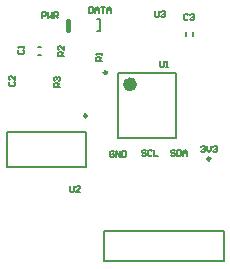
<source format=gto>
G04*
G04 #@! TF.GenerationSoftware,Altium Limited,Altium Designer,20.1.14 (287)*
G04*
G04 Layer_Color=65535*
%FSLAX25Y25*%
%MOIN*%
G70*
G04*
G04 #@! TF.SameCoordinates,09F66941-CC2D-4279-A4A5-F80E71D954FF*
G04*
G04*
G04 #@! TF.FilePolarity,Positive*
G04*
G01*
G75*
%ADD10C,0.00984*%
%ADD11C,0.02362*%
%ADD12C,0.01575*%
%ADD13C,0.00787*%
%ADD14C,0.00600*%
%ADD15C,0.00500*%
D10*
X256636Y433046D02*
G03*
X256636Y433046I-492J0D01*
G01*
X291092Y404293D02*
G03*
X291092Y404293I-492J0D01*
G01*
X249884Y418620D02*
G03*
X249884Y418620I-492J0D01*
G01*
D11*
X265494Y429090D02*
G03*
X265494Y429090I-1181J0D01*
G01*
D12*
X243650Y447125D02*
Y450275D01*
D13*
X285380Y445209D02*
Y446391D01*
X282820Y445209D02*
Y446391D01*
X260376Y411373D02*
Y433027D01*
X279668Y411373D02*
Y433027D01*
X260376D02*
X279668D01*
X260376Y411373D02*
X279668D01*
X255600Y380081D02*
X295600D01*
X255600Y370081D02*
Y380081D01*
Y370081D02*
X295600D01*
Y380081D01*
X223211Y413306D02*
X249589D01*
X223211Y401495D02*
X249589D01*
Y413306D01*
X223211Y401495D02*
Y413306D01*
X254459Y446931D02*
Y450869D01*
X253278D02*
X254459D01*
X253278Y446931D02*
X254459D01*
X233557Y439020D02*
X234738D01*
X233557Y441580D02*
X234738D01*
D14*
X269733Y406766D02*
X269400Y407099D01*
X268733D01*
X268400Y406766D01*
Y406433D01*
X268733Y406100D01*
X269400D01*
X269733Y405766D01*
Y405433D01*
X269400Y405100D01*
X268733D01*
X268400Y405433D01*
X271732Y406766D02*
X271399Y407099D01*
X270733D01*
X270399Y406766D01*
Y405433D01*
X270733Y405100D01*
X271399D01*
X271732Y405433D01*
X272399Y407099D02*
Y405100D01*
X273732D01*
X279333Y406966D02*
X279000Y407299D01*
X278333D01*
X278000Y406966D01*
Y406633D01*
X278333Y406300D01*
X279000D01*
X279333Y405966D01*
Y405633D01*
X279000Y405300D01*
X278333D01*
X278000Y405633D01*
X279999Y407299D02*
Y405300D01*
X280999D01*
X281332Y405633D01*
Y406966D01*
X280999Y407299D01*
X279999D01*
X281999Y405300D02*
Y406633D01*
X282665Y407299D01*
X283332Y406633D01*
Y405300D01*
Y406300D01*
X281999D01*
X259133Y406566D02*
X258800Y406899D01*
X258133D01*
X257800Y406566D01*
Y405233D01*
X258133Y404900D01*
X258800D01*
X259133Y405233D01*
Y405900D01*
X258466D01*
X259799Y404900D02*
Y406899D01*
X261132Y404900D01*
Y406899D01*
X261799D02*
Y404900D01*
X262798D01*
X263132Y405233D01*
Y406566D01*
X262798Y406899D01*
X261799D01*
X287900Y408266D02*
X288233Y408599D01*
X288900D01*
X289233Y408266D01*
Y407933D01*
X288900Y407600D01*
X288566D01*
X288900D01*
X289233Y407266D01*
Y406933D01*
X288900Y406600D01*
X288233D01*
X287900Y406933D01*
X289899Y408599D02*
Y407266D01*
X290566Y406600D01*
X291232Y407266D01*
Y408599D01*
X291899Y408266D02*
X292232Y408599D01*
X292898D01*
X293232Y408266D01*
Y407933D01*
X292898Y407600D01*
X292565D01*
X292898D01*
X293232Y407266D01*
Y406933D01*
X292898Y406600D01*
X292232D01*
X291899Y406933D01*
D15*
X240960Y428134D02*
X238961D01*
Y429134D01*
X239294Y429467D01*
X239961D01*
X240294Y429134D01*
Y428134D01*
Y428800D02*
X240960Y429467D01*
X239294Y430133D02*
X238961Y430467D01*
Y431133D01*
X239294Y431466D01*
X239627D01*
X239961Y431133D01*
Y430800D01*
Y431133D01*
X240294Y431466D01*
X240627D01*
X240960Y431133D01*
Y430467D01*
X240627Y430133D01*
X242400Y438534D02*
X240400D01*
Y439534D01*
X240734Y439867D01*
X241400D01*
X241733Y439534D01*
Y438534D01*
Y439200D02*
X242400Y439867D01*
Y441866D02*
Y440533D01*
X241067Y441866D01*
X240734D01*
X240400Y441533D01*
Y440867D01*
X240734Y440533D01*
X272600Y453699D02*
Y452033D01*
X272933Y451700D01*
X273600D01*
X273933Y452033D01*
Y453699D01*
X274599Y453366D02*
X274933Y453699D01*
X275599D01*
X275932Y453366D01*
Y453033D01*
X275599Y452700D01*
X275266D01*
X275599D01*
X275932Y452366D01*
Y452033D01*
X275599Y451700D01*
X274933D01*
X274599Y452033D01*
X250535Y455000D02*
Y453000D01*
X251534D01*
X251867Y453334D01*
Y454667D01*
X251534Y455000D01*
X250535D01*
X252534Y453000D02*
Y454333D01*
X253200Y455000D01*
X253867Y454333D01*
Y453000D01*
Y454000D01*
X252534D01*
X254533Y455000D02*
X255866D01*
X255200D01*
Y453000D01*
X256533D02*
Y454333D01*
X257199Y455000D01*
X257866Y454333D01*
Y453000D01*
Y454000D01*
X256533D01*
X235125Y451100D02*
Y453100D01*
X236125D01*
X236458Y452767D01*
Y452100D01*
X236125Y451767D01*
X235125D01*
X237125Y453100D02*
Y451100D01*
X237791Y451767D01*
X238458Y451100D01*
Y453100D01*
X239124Y451100D02*
Y453100D01*
X240124D01*
X240457Y452767D01*
Y452100D01*
X240124Y451767D01*
X239124D01*
X239791D02*
X240457Y451100D01*
X274467Y436800D02*
Y435134D01*
X274800Y434800D01*
X275467D01*
X275800Y435134D01*
Y436800D01*
X276466Y434800D02*
X277133D01*
X276800D01*
Y436800D01*
X276466Y436467D01*
X255100Y436867D02*
X253100D01*
Y437867D01*
X253433Y438200D01*
X254100D01*
X254433Y437867D01*
Y436867D01*
Y437534D02*
X255100Y438200D01*
Y438866D02*
Y439533D01*
Y439200D01*
X253100D01*
X253433Y438866D01*
X244234Y395200D02*
Y393534D01*
X244567Y393200D01*
X245234D01*
X245567Y393534D01*
Y395200D01*
X247566Y393200D02*
X246233D01*
X247566Y394533D01*
Y394866D01*
X247233Y395200D01*
X246567D01*
X246233Y394866D01*
X283767Y452214D02*
X283434Y452547D01*
X282767D01*
X282434Y452214D01*
Y450881D01*
X282767Y450548D01*
X283434D01*
X283767Y450881D01*
X284433Y452214D02*
X284767Y452547D01*
X285433D01*
X285766Y452214D01*
Y451880D01*
X285433Y451547D01*
X285100D01*
X285433D01*
X285766Y451214D01*
Y450881D01*
X285433Y450548D01*
X284767D01*
X284433Y450881D01*
X224386Y429867D02*
X224053Y429534D01*
Y428867D01*
X224386Y428534D01*
X225719D01*
X226052Y428867D01*
Y429534D01*
X225719Y429867D01*
X226052Y431866D02*
Y430533D01*
X224720Y431866D01*
X224386D01*
X224053Y431533D01*
Y430866D01*
X224386Y430533D01*
X227381Y440400D02*
X227047Y440067D01*
Y439400D01*
X227381Y439067D01*
X228714D01*
X229047Y439400D01*
Y440067D01*
X228714Y440400D01*
X229047Y441067D02*
Y441733D01*
Y441400D01*
X227047D01*
X227381Y441067D01*
M02*

</source>
